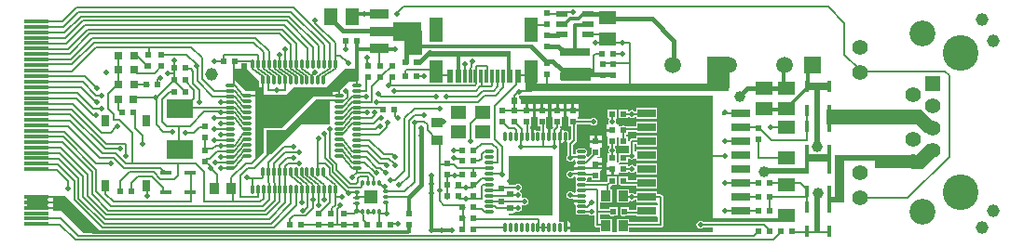
<source format=gtl>
G04*
G04 #@! TF.GenerationSoftware,Altium Limited,Altium Designer,18.1.7 (191)*
G04*
G04 Layer_Physical_Order=1*
G04 Layer_Color=255*
%FSLAX44Y44*%
%MOMM*%
G71*
G01*
G75*
%ADD11C,0.2000*%
%ADD13C,0.1500*%
%ADD16R,0.6000X0.6000*%
%ADD17R,2.6000X1.7000*%
%ADD18R,1.7000X0.9000*%
%ADD19R,2.5000X0.9000*%
%ADD20R,0.4500X1.0000*%
%ADD21R,1.5000X1.3000*%
%ADD22R,0.6000X0.6000*%
%ADD23R,1.0000X0.5500*%
%ADD24R,1.0000X0.5500*%
%ADD25R,2.7000X0.8000*%
%ADD26R,0.8000X0.8000*%
%ADD27R,1.0000X0.4500*%
%ADD28R,0.2000X0.6000*%
%ADD29R,1.5000X1.2000*%
%ADD30R,0.9300X0.9800*%
%ADD31R,0.2800X0.2800*%
%ADD32O,0.2800X0.6600*%
%ADD33O,0.6600X0.2800*%
%ADD34R,1.2500X1.2500*%
%ADD35R,1.3000X1.5000*%
%ADD36R,2.2500X0.3500*%
%ADD37R,0.6000X1.1500*%
%ADD38R,0.3000X1.1500*%
%ADD39R,0.7000X1.1000*%
G04:AMPARAMS|DCode=40|XSize=0.3mm|YSize=0.8mm|CornerRadius=0.075mm|HoleSize=0mm|Usage=FLASHONLY|Rotation=180.000|XOffset=0mm|YOffset=0mm|HoleType=Round|Shape=RoundedRectangle|*
%AMROUNDEDRECTD40*
21,1,0.3000,0.6500,0,0,180.0*
21,1,0.1500,0.8000,0,0,180.0*
1,1,0.1500,-0.0750,0.3250*
1,1,0.1500,0.0750,0.3250*
1,1,0.1500,0.0750,-0.3250*
1,1,0.1500,-0.0750,-0.3250*
%
%ADD40ROUNDEDRECTD40*%
G04:AMPARAMS|DCode=41|XSize=0.3mm|YSize=0.8mm|CornerRadius=0.075mm|HoleSize=0mm|Usage=FLASHONLY|Rotation=90.000|XOffset=0mm|YOffset=0mm|HoleType=Round|Shape=RoundedRectangle|*
%AMROUNDEDRECTD41*
21,1,0.3000,0.6500,0,0,90.0*
21,1,0.1500,0.8000,0,0,90.0*
1,1,0.1500,0.3250,0.0750*
1,1,0.1500,0.3250,-0.0750*
1,1,0.1500,-0.3250,-0.0750*
1,1,0.1500,-0.3250,0.0750*
%
%ADD41ROUNDEDRECTD41*%
%ADD42R,2.4000X1.7000*%
%ADD43R,0.9800X0.9300*%
%ADD44R,0.6000X0.2000*%
%ADD45R,1.4000X1.2000*%
%ADD46R,1.6700X0.7600*%
%ADD88C,0.4000*%
%ADD89C,0.3000*%
%ADD90R,10.5000X0.4000*%
%ADD91R,0.5000X0.6000*%
%ADD92R,2.7000X1.2000*%
%ADD93R,1.1000X1.2000*%
%ADD94R,0.4000X2.0000*%
%ADD95R,2.0000X0.4000*%
%ADD96R,0.4000X5.2000*%
%ADD97R,0.4000X0.8000*%
%ADD98R,0.4000X0.6000*%
%ADD99R,2.1000X0.8000*%
%ADD100R,0.4000X1.7000*%
%ADD101R,1.6000X0.4000*%
%ADD102R,3.6000X0.4000*%
%ADD103R,1.5000X2.2000*%
%ADD104R,0.6000X0.8000*%
%ADD105R,0.4000X3.7000*%
%ADD106R,1.9000X1.1500*%
%ADD107R,1.6000X0.6000*%
%ADD108R,0.9000X4.3000*%
%ADD109R,4.6000X0.6000*%
%ADD110R,7.9000X0.3000*%
%ADD111R,0.6000X0.4000*%
%ADD112R,2.0000X2.9000*%
%ADD113R,18.5000X0.8000*%
%ADD114R,0.4000X2.0000*%
%ADD115R,0.4000X2.1000*%
%ADD116R,3.6000X1.3000*%
%ADD117R,8.1000X1.4000*%
%ADD118R,2.2000X0.7000*%
%ADD119R,4.1000X0.6000*%
%ADD120R,0.6000X5.6000*%
%ADD121R,0.6000X3.7000*%
%ADD122R,0.3000X1.7000*%
%ADD123R,7.4500X0.6000*%
%ADD124R,28.9000X0.3000*%
%ADD125C,1.3980*%
%ADD126C,2.3550*%
%ADD127C,3.2500*%
%ADD128R,1.3980X1.3980*%
%ADD129C,1.5080*%
%ADD130R,1.5080X1.5080*%
%ADD131C,1.1520*%
%ADD132R,1.2000X2.0000*%
%ADD133R,1.2000X2.3000*%
%ADD134C,0.5080*%
%ADD135C,1.0000*%
G36*
X472000Y432000D02*
X464000D01*
X455000Y423000D01*
X450000Y423000D01*
X450000Y420000D01*
X407000Y420000D01*
X414000Y427000D01*
X444000D01*
X461000Y444000D01*
X472000D01*
Y432000D01*
D02*
G37*
G36*
X447000Y416000D02*
X447000Y393000D01*
X421000Y393000D01*
X394000Y366000D01*
X390000Y366000D01*
Y388000D01*
X407000D01*
X435000Y416000D01*
X447000Y416000D01*
D02*
G37*
G36*
X795000Y304549D02*
X786554D01*
X786552Y304552D01*
X785381Y305335D01*
X784000Y305609D01*
X782619Y305335D01*
X781448Y304552D01*
X780665Y303381D01*
X780391Y302000D01*
X780665Y300619D01*
X781448Y299448D01*
X782619Y298665D01*
X784000Y298391D01*
X785381Y298665D01*
X786552Y299448D01*
X786554Y299451D01*
X795000D01*
Y295000D01*
X720579D01*
X719350Y295100D01*
X719350Y296270D01*
Y299451D01*
X735000D01*
X735040Y299459D01*
X735080Y299451D01*
X748000D01*
X748000Y299451D01*
X748976Y299645D01*
X749802Y300198D01*
X750355Y301024D01*
X750549Y302000D01*
Y327000D01*
X750355Y327975D01*
X749802Y328802D01*
X748976Y329355D01*
X748000Y329549D01*
X744700D01*
Y332050D01*
X726000D01*
Y329549D01*
X724555D01*
X724552Y329552D01*
X723381Y330335D01*
X722000Y330609D01*
X720619Y330335D01*
X719350Y331014D01*
Y333900D01*
X708050D01*
Y322100D01*
X719350D01*
Y322986D01*
X720619Y323665D01*
X722000Y323391D01*
X723381Y323665D01*
X724552Y324448D01*
X724555Y324451D01*
X726000D01*
Y322450D01*
X744700D01*
X745451Y321491D01*
Y320309D01*
X744700Y319350D01*
X744181Y319350D01*
X726000D01*
Y315549D01*
X719080D01*
Y318000D01*
X711080D01*
Y310000D01*
X712573D01*
X713105Y309645D01*
X714080Y309451D01*
X715055Y309645D01*
X715587Y310000D01*
X719080D01*
Y310451D01*
X726000D01*
Y309750D01*
X731868D01*
X732025Y309645D01*
X733000Y309451D01*
X733976Y309645D01*
X734133Y309750D01*
X744181D01*
X744700Y309750D01*
X745451Y308791D01*
Y304549D01*
X735080D01*
X735040Y304541D01*
X735000Y304549D01*
X719350D01*
Y306900D01*
X708050D01*
X708050Y295100D01*
X706821Y295000D01*
X705179D01*
X703950Y295100D01*
X703950Y296270D01*
Y306900D01*
X692650D01*
X692549Y308128D01*
Y311451D01*
X700920D01*
Y310000D01*
X702413D01*
X702945Y309645D01*
X703920Y309451D01*
X704895Y309645D01*
X705427Y310000D01*
X708920D01*
Y318000D01*
X700920D01*
Y316549D01*
X692549D01*
Y320872D01*
X692650Y322100D01*
X703950D01*
Y333900D01*
X702549D01*
Y336944D01*
X703605Y338000D01*
X707920D01*
Y346000D01*
X699920D01*
Y341525D01*
X698944Y340549D01*
X681045D01*
X680903Y340720D01*
X680496Y341784D01*
X680516Y341869D01*
X680648Y342067D01*
X680784Y342750D01*
Y344250D01*
X681713Y345451D01*
X685000D01*
Y342920D01*
X693000D01*
Y350920D01*
X694013Y351540D01*
X694540D01*
Y355810D01*
X689000D01*
Y358350D01*
X694540D01*
Y362620D01*
X691379D01*
X690700Y363890D01*
X690720Y363920D01*
X693000D01*
Y371270D01*
X693000Y371920D01*
X694013Y372540D01*
X694540D01*
Y376810D01*
X683460D01*
Y372540D01*
X683987D01*
X685000Y371920D01*
X685000Y371270D01*
Y366605D01*
X682054Y363659D01*
X680784Y364185D01*
Y364250D01*
X680648Y364933D01*
X680262Y365512D01*
Y366488D01*
X680648Y367067D01*
X680784Y367750D01*
Y369250D01*
X680648Y369933D01*
X680262Y370512D01*
X679683Y370898D01*
X679000Y371034D01*
X672500D01*
X671817Y370898D01*
X671238Y370512D01*
X670852Y369933D01*
X670716Y369250D01*
Y367750D01*
X670801Y367319D01*
X670331Y366442D01*
X670005Y366049D01*
X668549D01*
Y374944D01*
X670802Y377198D01*
X671355Y378024D01*
X671549Y379000D01*
Y392000D01*
X672000D01*
Y393451D01*
X684446D01*
X684448Y393448D01*
X685619Y392665D01*
X687000Y392391D01*
X688381Y392665D01*
X689552Y393448D01*
X690335Y394619D01*
X690609Y396000D01*
X690335Y397381D01*
X689552Y398552D01*
X688381Y399335D01*
X687000Y399609D01*
X685619Y399335D01*
X684448Y398552D01*
X684446Y398549D01*
X672898D01*
X672548Y398899D01*
X672699Y400428D01*
X673013Y400620D01*
X673540D01*
Y404890D01*
X662460D01*
Y400620D01*
X662987D01*
X664000Y400000D01*
X664000Y399350D01*
Y392000D01*
X666451D01*
Y380056D01*
X665189Y378793D01*
X664018Y379419D01*
X664034Y379500D01*
Y386000D01*
X663898Y386683D01*
X663512Y387262D01*
X662933Y387648D01*
X662250Y387784D01*
X660750D01*
X660101Y387655D01*
X659622Y388372D01*
X658534Y389099D01*
X657412Y389322D01*
X657173Y389481D01*
X656474Y390624D01*
X656549Y391000D01*
Y391920D01*
X658000D01*
Y399270D01*
X658000Y399920D01*
X659013Y400540D01*
X659540D01*
Y404810D01*
X648460D01*
Y400540D01*
X648987D01*
X650000Y399920D01*
X650000Y398507D01*
X649645Y397975D01*
X649451Y397000D01*
X649645Y396025D01*
X650000Y395493D01*
Y391920D01*
X650000D01*
X650385Y390990D01*
X649698Y390302D01*
X649145Y389476D01*
X647804Y389244D01*
X647770Y389251D01*
Y382750D01*
X645230D01*
Y389336D01*
X644049Y390231D01*
Y394500D01*
X644000Y394746D01*
X644000Y399920D01*
X645013Y400540D01*
X645540D01*
Y404810D01*
X634460D01*
Y400540D01*
X634987D01*
X636000Y399920D01*
X636000Y399270D01*
Y391920D01*
X638951D01*
Y388495D01*
X638558Y388169D01*
X637681Y387699D01*
X637250Y387784D01*
X635750D01*
X635101Y387655D01*
X634622Y388372D01*
X633534Y389099D01*
X632770Y389251D01*
Y382750D01*
X630230D01*
Y389336D01*
X629049Y390231D01*
Y391920D01*
X630000D01*
Y399920D01*
X631013Y400540D01*
X631540D01*
Y404810D01*
X626000D01*
Y406080D01*
X624730D01*
Y411620D01*
X620540D01*
Y416540D01*
X619624D01*
Y416999D01*
X619148Y418147D01*
X619586Y419340D01*
X620024Y419594D01*
X620381Y419665D01*
X620882Y420000D01*
X795000D01*
Y304549D01*
D02*
G37*
G36*
X996000Y396000D02*
X996000Y386000D01*
X988000Y386000D01*
X981000Y393000D01*
X973000D01*
X973000Y407000D01*
X985000D01*
X996000Y396000D01*
D02*
G37*
G36*
X383000Y433000D02*
Y427000D01*
X387000D01*
Y420000D01*
Y419000D01*
X432000D01*
X403000Y390000D01*
X387000D01*
Y368000D01*
X380000Y362000D01*
Y419000D01*
X380000Y424000D01*
X371000Y424000D01*
X360000Y435000D01*
X360000Y444000D01*
X372000D01*
X383000Y433000D01*
D02*
G37*
G36*
X996000Y363000D02*
X986000Y353000D01*
X977000D01*
X977833Y363833D01*
X990000Y376000D01*
X996000Y376000D01*
Y363000D01*
D02*
G37*
G36*
X660750Y377716D02*
X662250D01*
X662668Y377799D01*
X663311Y377257D01*
X663608Y376790D01*
X663451Y376000D01*
Y365554D01*
X663448Y365552D01*
X662665Y364381D01*
X662391Y363000D01*
X662665Y361619D01*
X663448Y360448D01*
X664619Y359665D01*
X666000Y359391D01*
X667381Y359665D01*
X668552Y360448D01*
X668812Y360836D01*
X670069Y360873D01*
X670331Y360558D01*
X670801Y359681D01*
X670716Y359250D01*
Y357750D01*
X670845Y357101D01*
X670128Y356622D01*
X669401Y355534D01*
X669249Y354770D01*
X675750D01*
Y352230D01*
X669164D01*
X668269Y351049D01*
X667809D01*
X667381Y351335D01*
X666000Y351609D01*
X664619Y351335D01*
X663448Y350552D01*
X662665Y349381D01*
X662391Y348000D01*
X662665Y346619D01*
X663448Y345448D01*
X664619Y344665D01*
X666000Y344391D01*
X667381Y344665D01*
X668552Y345448D01*
X668812Y345836D01*
X670069Y345873D01*
X670331Y345558D01*
X670801Y344681D01*
X670716Y344250D01*
Y342750D01*
X670852Y342067D01*
X671238Y341488D01*
Y340512D01*
X670852Y339933D01*
X670716Y339250D01*
Y337750D01*
X670852Y337067D01*
X671238Y336488D01*
Y335512D01*
X670852Y334933D01*
X670716Y334250D01*
Y332750D01*
X670801Y332319D01*
X670331Y331442D01*
X670069Y331127D01*
X668812Y331164D01*
X668552Y331552D01*
X667381Y332335D01*
X666000Y332609D01*
X664619Y332335D01*
X663448Y331552D01*
X662665Y330381D01*
X662391Y329000D01*
X662665Y327619D01*
X663448Y326448D01*
X664619Y325665D01*
X666000Y325391D01*
X667381Y325665D01*
X667809Y325951D01*
X668269D01*
X669164Y324770D01*
X675750D01*
Y322230D01*
X669249D01*
X669401Y321466D01*
X670128Y320378D01*
X670845Y319899D01*
X670716Y319250D01*
Y317750D01*
X670852Y317067D01*
X671238Y316488D01*
X671238Y315511D01*
X670852Y314933D01*
X670716Y314250D01*
Y312750D01*
X670852Y312067D01*
X671238Y311488D01*
X671817Y311101D01*
X672500Y310966D01*
X679000D01*
X679683Y311101D01*
X680206Y311451D01*
X682446D01*
X682448Y311448D01*
X683619Y310665D01*
X685000Y310391D01*
X686181Y310626D01*
X687451Y310029D01*
Y302000D01*
X687645Y301024D01*
X688198Y300198D01*
X689025Y299645D01*
X690000Y299451D01*
X692650D01*
X692650Y295100D01*
X691421Y295000D01*
X666407D01*
X665601Y295982D01*
X665604Y296000D01*
Y297980D01*
X661500D01*
Y299250D01*
X660230D01*
Y305751D01*
X659466Y305599D01*
X658378Y304872D01*
X657899Y304155D01*
X657250Y304284D01*
X656000D01*
Y376146D01*
X657250D01*
X658534Y376401D01*
X659622Y377128D01*
X660101Y377845D01*
X660750Y377716D01*
D02*
G37*
G36*
X650000Y310000D02*
X610000D01*
Y312376D01*
X613000D01*
X614148Y312852D01*
X614209Y313000D01*
X615000D01*
Y313220D01*
X616270Y313898D01*
X616619Y313665D01*
X618000Y313391D01*
X619381Y313665D01*
X620552Y314448D01*
X621335Y315619D01*
X621609Y317000D01*
X621335Y318381D01*
X622003Y319667D01*
X622423Y319796D01*
X622619Y319665D01*
X624000Y319391D01*
X625381Y319665D01*
X626552Y320448D01*
X627335Y321619D01*
X627609Y323000D01*
X627335Y324381D01*
X626552Y325552D01*
X625381Y326335D01*
X624000Y326609D01*
X622619Y326335D01*
X622423Y326204D01*
X622003Y326333D01*
X621335Y327619D01*
X621609Y329000D01*
X621335Y330381D01*
X620552Y331552D01*
X620277Y331736D01*
Y333264D01*
X620552Y333448D01*
X621335Y334619D01*
X621609Y336000D01*
X621335Y337381D01*
X620552Y338552D01*
X619381Y339335D01*
X618000Y339609D01*
X616619Y339335D01*
X615448Y338552D01*
X615446Y338549D01*
X610000D01*
Y365000D01*
X650000D01*
Y310000D01*
D02*
G37*
G36*
X207000Y328000D02*
X238000Y297000D01*
Y294000D01*
X224000Y294000D01*
X203000Y315000D01*
X196000D01*
X196000Y328000D01*
X207000Y328000D01*
D02*
G37*
%LPC*%
G36*
X673540Y411700D02*
X669270D01*
Y407430D01*
X673540D01*
Y411700D01*
D02*
G37*
G36*
X666730D02*
X662460D01*
Y407430D01*
X666730D01*
Y411700D01*
D02*
G37*
G36*
X631540Y411620D02*
X627270D01*
Y407350D01*
X631540D01*
Y411620D01*
D02*
G37*
G36*
X659540D02*
X655270D01*
Y407350D01*
X659540D01*
Y411620D01*
D02*
G37*
G36*
X652730D02*
X648460D01*
Y407350D01*
X652730D01*
Y411620D01*
D02*
G37*
G36*
X645540D02*
X641270D01*
Y407350D01*
X645540D01*
Y411620D01*
D02*
G37*
G36*
X638730D02*
X634460D01*
Y407350D01*
X638730D01*
Y411620D01*
D02*
G37*
G36*
X744700Y408250D02*
X726000D01*
Y405549D01*
X724555D01*
X724552Y405552D01*
X723381Y406334D01*
X722000Y406609D01*
X720619Y406334D01*
X719448Y405552D01*
X719446Y405549D01*
X718080D01*
Y407000D01*
X710080D01*
Y399000D01*
X718080D01*
Y400451D01*
X719446D01*
X719448Y400448D01*
X720619Y399665D01*
X722000Y399391D01*
X723381Y399665D01*
X724552Y400448D01*
X724555Y400451D01*
X726000D01*
Y398650D01*
X744700D01*
Y408250D01*
D02*
G37*
G36*
X707920Y407000D02*
X699920D01*
Y399000D01*
X700220D01*
X700898Y397730D01*
X700665Y397381D01*
X700391Y396000D01*
X700627Y394810D01*
X700075Y393540D01*
X698380D01*
Y389270D01*
X703920D01*
Y386730D01*
X698380D01*
Y382460D01*
X698841D01*
X699920Y382000D01*
X699920Y381190D01*
Y374000D01*
X701371D01*
Y372437D01*
X700665Y371381D01*
X700391Y370000D01*
X700665Y368619D01*
X700898Y368270D01*
X700220Y367000D01*
X699920D01*
X699920Y359000D01*
X698841Y358540D01*
X698380D01*
Y354270D01*
X703920D01*
Y353000D01*
X705190D01*
Y347460D01*
X709460D01*
Y347987D01*
X710080Y349000D01*
X710730Y349000D01*
X718080D01*
Y350451D01*
X719446D01*
X719448Y350448D01*
X720619Y349665D01*
X722000Y349391D01*
X723381Y349665D01*
X724552Y350448D01*
X724730Y350714D01*
X726000Y350329D01*
Y347850D01*
X744700D01*
Y357450D01*
X726000D01*
Y355671D01*
X724730Y355286D01*
X724552Y355552D01*
X723381Y356334D01*
X722000Y356609D01*
X720619Y356334D01*
X719448Y355552D01*
X719446Y355549D01*
X718080D01*
Y357000D01*
X710817Y357000D01*
X710002Y358234D01*
X710255Y358879D01*
X710330Y358910D01*
X710527Y358955D01*
X710794Y359000D01*
X711114Y359000D01*
X718080D01*
Y362451D01*
X719446D01*
X719448Y362448D01*
X720619Y361665D01*
X722000Y361391D01*
X723381Y361665D01*
X724552Y362448D01*
X724730Y362714D01*
X726000Y362329D01*
Y360550D01*
X744700D01*
Y370150D01*
X726000D01*
Y369063D01*
X724730Y368424D01*
X724549Y368558D01*
Y375451D01*
X726000D01*
Y373250D01*
X744700D01*
Y382850D01*
X726000D01*
Y380549D01*
X722000D01*
X721025Y380355D01*
X720198Y379802D01*
X719645Y378975D01*
X719451Y378000D01*
Y367554D01*
X719448Y367552D01*
X719446Y367549D01*
X713080D01*
X712105Y367355D01*
X711573Y367000D01*
X710080D01*
X710080Y360129D01*
X710080Y359897D01*
X710018Y359452D01*
X709622Y358805D01*
X709488Y358747D01*
X709375Y358724D01*
X709084Y358673D01*
X709054Y358671D01*
X707920Y359546D01*
Y367000D01*
X707780D01*
X707102Y368270D01*
X707335Y368619D01*
X707609Y370000D01*
X707335Y371381D01*
X706552Y372552D01*
X706469Y372608D01*
Y374000D01*
X707920D01*
X707920Y381454D01*
X709054Y382329D01*
X709084Y382327D01*
X709183Y382309D01*
X709476Y382257D01*
X709622Y382195D01*
X710018Y381548D01*
X710080Y381103D01*
X710080Y380947D01*
Y374000D01*
X718080D01*
Y382000D01*
X716629D01*
Y384000D01*
X718080D01*
Y386201D01*
X726000D01*
Y385950D01*
X744700D01*
Y395550D01*
X726000D01*
Y391299D01*
X718080D01*
Y392000D01*
X715587D01*
X715055Y392355D01*
X714080Y392549D01*
X713105Y392355D01*
X712573Y392000D01*
X710080Y392000D01*
X709460Y393013D01*
Y393540D01*
X707925D01*
X707373Y394810D01*
X707609Y396000D01*
X707335Y397381D01*
X707102Y397730D01*
X707780Y399000D01*
X707920D01*
Y407000D01*
D02*
G37*
G36*
X694540Y383620D02*
X690270D01*
Y379350D01*
X694540D01*
Y383620D01*
D02*
G37*
G36*
X687730D02*
X683460D01*
Y379350D01*
X687730D01*
Y383620D01*
D02*
G37*
G36*
X702650Y351730D02*
X698380D01*
Y347460D01*
X702650D01*
Y351730D01*
D02*
G37*
G36*
X718080Y346000D02*
X710080D01*
Y338000D01*
X711573D01*
X712105Y337645D01*
X713080Y337451D01*
X726000D01*
Y335150D01*
X744700D01*
Y344750D01*
X726000D01*
Y342549D01*
X718080D01*
Y346000D01*
D02*
G37*
G36*
X662770Y305751D02*
Y300520D01*
X665604D01*
Y302500D01*
X665349Y303784D01*
X664622Y304872D01*
X663534Y305599D01*
X662770Y305751D01*
D02*
G37*
%LPD*%
D11*
X930000Y446000D02*
X934000Y442000D01*
X929000Y440000D02*
Y443000D01*
X547000Y357000D02*
X560000D01*
X509000Y494000D02*
Y496000D01*
X472000Y429500D02*
Y470000D01*
X473000Y462000D02*
X498000D01*
X492000Y447080D02*
Y461000D01*
X578000Y348000D02*
X580000D01*
X578000D02*
Y353500D01*
X568000Y316000D02*
X570000Y318000D01*
X568000Y309920D02*
X569920Y308000D01*
X494000Y338000D02*
X497000Y335000D01*
X499250Y332000D02*
Y332040D01*
X361080Y451000D02*
X377000D01*
X360000Y449000D02*
X361080D01*
X177000Y397000D02*
X211000D01*
X387000Y326000D02*
Y335500D01*
X449000Y313080D02*
X450000Y312080D01*
X257000Y333420D02*
X258420Y332000D01*
X246000Y421000D02*
X253000Y428000D01*
X246000Y408000D02*
X251000Y403000D01*
Y398000D02*
Y403000D01*
Y398000D02*
X256000D01*
X270000Y430000D02*
X282920D01*
X288000Y440000D02*
X296000Y448000D01*
X275000Y440000D02*
X288000D01*
X272300D02*
X275000D01*
X269300Y443000D02*
X272300Y440000D01*
X280000Y445000D02*
Y448000D01*
X272000Y456000D02*
X280000Y448000D01*
X269300Y456000D02*
X272000D01*
X564500Y438000D02*
Y460000D01*
X527080Y450000D02*
X529000D01*
X632920Y483920D02*
X645000D01*
X689500Y467500D02*
X700000D01*
X705000Y449080D02*
X720000D01*
X695000D02*
X704920D01*
X479000Y494000D02*
X498000D01*
X481000Y450080D02*
X483000Y448080D01*
X602000Y348000D02*
X604000Y350000D01*
X561000Y347000D02*
X567920D01*
X554000Y326000D02*
Y346920D01*
X463000Y418000D02*
Y424000D01*
X501080Y303000D02*
X508000D01*
X480000Y326000D02*
X482000Y324000D01*
X350500Y449000D02*
X351000D01*
X350500D02*
Y457000D01*
X349500Y450000D02*
X350500Y449000D01*
X438000Y415000D02*
X456000D01*
X306000Y440000D02*
Y450000D01*
X329080Y391080D02*
X334000D01*
X299000Y440000D02*
X305920D01*
X290000Y393000D02*
Y418000D01*
X405000Y382000D02*
X423000Y400000D01*
X403000Y384000D02*
X405000Y382000D01*
X455000Y302000D02*
X469000D01*
X422000D02*
X454000D01*
X394000Y369000D02*
X395000Y370000D01*
X539000Y443000D02*
X540000Y444000D01*
X517000Y443000D02*
X539000D01*
X515920Y441920D02*
X517000Y443000D01*
X515920Y437000D02*
Y441920D01*
X492500Y311750D02*
X499000D01*
X527080Y437000D02*
X533000D01*
X507000Y406920D02*
X507080Y407000D01*
X506000Y405920D02*
X507000Y406920D01*
Y401000D02*
Y406920D01*
Y401000D02*
X509000Y399000D01*
X188000Y367000D02*
X202000D01*
X210000Y359000D01*
Y359000D02*
Y359000D01*
X406500Y347000D02*
X407000Y334500D01*
Y335500D01*
X223000Y327000D02*
Y346000D01*
X210000Y359000D02*
X223000Y346000D01*
X407000Y322000D02*
Y334500D01*
X391904Y306904D02*
X407000Y322000D01*
X223000Y327000D02*
X243096Y306904D01*
X391904D01*
X255300Y443000D02*
Y455200D01*
Y430000D02*
Y443000D01*
X255000Y455500D02*
X255300Y455200D01*
X246000Y408000D02*
Y421000D01*
X295500Y331500D02*
Y336000D01*
X267000Y333580D02*
X268580Y332000D01*
X267000Y340000D02*
X273000Y346000D01*
X267000Y333580D02*
Y340000D01*
X257000Y342000D02*
X265000Y350000D01*
X257000Y333420D02*
Y342000D01*
X287000Y350000D02*
X293500Y343500D01*
X265000Y350000D02*
X287000D01*
X309500Y358000D02*
X325000D01*
X268000D02*
X309500D01*
Y347000D02*
Y358000D01*
X306000Y343500D02*
X309500Y347000D01*
X293500Y343500D02*
X306000D01*
X321000Y331000D02*
Y349000D01*
X250500Y323000D02*
X321000D01*
X243500Y330000D02*
X250500Y323000D01*
X243500Y330000D02*
Y337500D01*
X285500Y346000D02*
X295500Y336000D01*
X273000Y346000D02*
X285500D01*
X178000Y392000D02*
X209000D01*
X293500Y354000D02*
X298500Y349000D01*
X260000Y354000D02*
X293500D01*
X298500Y349000D02*
X300000D01*
X780000Y365000D02*
X806000D01*
X689000Y354000D02*
X697000D01*
X661000Y406000D02*
X669000D01*
X614080Y406080D02*
X615000Y407000D01*
X662000Y298000D02*
Y323000D01*
X647000Y382750D02*
Y406000D01*
X697000Y419000D02*
X741000D01*
X687000Y456000D02*
X689000Y458000D01*
X687000Y439920D02*
Y456000D01*
X686000Y438920D02*
X687000Y439920D01*
X784000Y301000D02*
X785000Y302000D01*
X842000D01*
X847080Y296920D01*
Y296000D02*
Y296920D01*
X857000Y295000D02*
Y296000D01*
X850000Y288000D02*
X857000Y295000D01*
X216033Y288000D02*
X850000D01*
X218500Y291500D02*
X832500D01*
X836000Y295000D01*
X880000Y295000D02*
X900000D01*
X868000Y295000D02*
X880000D01*
X407000Y447500D02*
Y462000D01*
X423000Y400000D02*
Y400000D01*
X438000Y415000D01*
X713000Y468000D02*
X720000D01*
X703000D02*
X713000D01*
X704920Y449080D02*
X705000Y449000D01*
X720000Y449080D02*
Y468000D01*
X701000Y470000D02*
X703000Y468000D01*
X720000Y426000D02*
Y449080D01*
X713000Y458000D02*
X714000D01*
X705080D02*
X713000D01*
X686000Y438000D02*
Y438920D01*
X689000Y458000D02*
X694920D01*
X689000Y468000D02*
X689500Y467500D01*
X645000Y427000D02*
Y438920D01*
X661000Y496000D02*
X668000D01*
X659500Y494500D02*
X661000Y496000D01*
X658000Y494500D02*
X659500D01*
X632000Y483000D02*
X632920Y483920D01*
X656080Y494080D02*
X657000Y495000D01*
X645000Y494080D02*
X656080D01*
X627970Y438030D02*
X629000Y437000D01*
X618000Y438030D02*
X627970D01*
X556000D02*
X557000D01*
X545030D02*
X556000D01*
X617000Y433000D02*
X619000Y435000D01*
X617000Y430000D02*
Y433000D01*
X597000Y410000D02*
X617000Y430000D01*
X570000Y438530D02*
Y448000D01*
X584000Y428000D02*
X585094D01*
X584835Y436292D02*
X585094Y428000D01*
X605000Y427000D02*
Y433000D01*
X598000Y420000D02*
X605000Y427000D01*
X600000Y428000D02*
Y436530D01*
X596000Y424000D02*
X600000Y428000D01*
X595000Y429000D02*
Y437000D01*
X594000Y428000D02*
X595000Y429000D01*
X699500Y475500D02*
X700000Y475000D01*
X682000Y475500D02*
X699500D01*
X806000Y365000D02*
X806500Y364500D01*
X848000Y391000D02*
X848046Y390954D01*
X862000D01*
X806000Y379000D02*
X806950Y378050D01*
X805450Y403450D02*
X820650D01*
X837000Y363046D02*
X862000D01*
X837000D02*
Y379000D01*
X697000Y406000D02*
Y419000D01*
X881000Y392000D02*
X881000Y392000D01*
X881000Y379000D02*
Y392000D01*
Y395000D02*
X881000D01*
X836920Y391080D02*
X849000Y379000D01*
X881000D01*
X836920Y391000D02*
Y391080D01*
X820650Y340000D02*
X835000D01*
X837000Y314920D02*
Y315000D01*
X806000Y314000D02*
X806550Y314550D01*
X836920Y315000D02*
X837000D01*
X827000D02*
X836920D01*
X881000Y322000D02*
X881000D01*
Y317000D02*
Y322000D01*
X847080Y340000D02*
X875000D01*
X847000Y315000D02*
X847080Y315080D01*
X875000Y340000D02*
X880000Y335000D01*
X333000Y323000D02*
X359000D01*
X333000D02*
Y350000D01*
X251000Y363000D02*
X260000Y354000D01*
X248000Y386000D02*
X253000Y391000D01*
X248000Y386000D02*
Y386000D01*
X240000Y386000D02*
X248000D01*
X214000Y412000D02*
X240000Y386000D01*
X270000Y418000D02*
X289000D01*
X255000Y407000D02*
X258000Y404000D01*
X255000Y407000D02*
Y416000D01*
X256000Y398000D02*
X268000Y386000D01*
X270000Y390000D02*
Y404000D01*
Y390000D02*
X277000Y383000D01*
X233000Y415000D02*
X236000D01*
X316080Y444000D02*
X321000D01*
X316000Y408000D02*
X321000Y413000D01*
X290000Y393000D02*
X296000Y387000D01*
X290000Y418000D02*
X305920Y433920D01*
X277000Y376000D02*
Y383000D01*
X218000Y422000D02*
X232000Y408000D01*
X189000Y422000D02*
X218000D01*
X232000Y408000D02*
X240000D01*
X241000Y409000D01*
X268000Y358000D02*
Y386000D01*
X223000Y432000D02*
X235000Y420000D01*
X240000D01*
X299000Y440000D02*
X300000D01*
X299000Y440000D02*
X299000Y440000D01*
X291080Y435080D02*
X292000Y436000D01*
X291080Y430000D02*
Y435080D01*
X270000Y430000D02*
X270000Y430000D01*
X316920Y457080D02*
X326000Y448000D01*
X294000Y457080D02*
X316920D01*
X269300Y430000D02*
X270000D01*
X342000Y424000D02*
X358500D01*
X283000Y456000D02*
X284000Y455000D01*
X235000Y464000D02*
X283000D01*
X213000Y442000D02*
X235000Y464000D01*
X187000Y442000D02*
X213000D01*
X233000Y468000D02*
X378000D01*
X213000Y448000D02*
X233000Y468000D01*
X189000Y448000D02*
X213000D01*
X231000Y472000D02*
X380000D01*
X212000Y453000D02*
X231000Y472000D01*
X189000Y453000D02*
X212000D01*
X412000Y447500D02*
Y458839D01*
X229000Y476000D02*
X402000D01*
X211000Y458000D02*
X229000Y476000D01*
X190000Y458000D02*
X211000D01*
X417000Y447500D02*
Y467000D01*
X227000Y480000D02*
X404000D01*
X209000Y462000D02*
X227000Y480000D01*
X190000Y462000D02*
X209000D01*
X225000Y484000D02*
X406000D01*
X208000Y467000D02*
X225000Y484000D01*
X190000Y467000D02*
X208000D01*
X223000Y488000D02*
X408000D01*
X207000Y472000D02*
X223000Y488000D01*
X191000Y472000D02*
X207000D01*
X221000Y492000D02*
X410000D01*
X206000Y477000D02*
X221000Y492000D01*
X191000Y477000D02*
X206000D01*
X219000Y496000D02*
X412000D01*
X205000Y482000D02*
X219000Y496000D01*
X191000Y482000D02*
X205000D01*
X217000Y500000D02*
X414000D01*
X204000Y487000D02*
X217000Y500000D01*
X191000Y487000D02*
X204000D01*
X305920Y434000D02*
Y440000D01*
Y433920D02*
Y434000D01*
X283000Y464000D02*
X321000D01*
X283000Y456000D02*
Y464000D01*
X305920Y440000D02*
Y444000D01*
Y440000D02*
X306000D01*
X321000Y464000D02*
X331000Y454000D01*
Y435000D02*
Y454000D01*
X321000Y323000D02*
Y331000D01*
X321000Y331000D02*
X321000Y331000D01*
X342000Y338000D02*
X345000D01*
X334000Y359920D02*
X339000Y354920D01*
Y354000D02*
Y354920D01*
X325000Y358000D02*
X333000Y350000D01*
X304000Y387000D02*
X305000D01*
X296000D02*
X304000D01*
X316000Y386000D02*
X324000D01*
X329080Y391080D01*
X334000Y371000D02*
X341000D01*
X332000D02*
X334000D01*
X299000Y392000D02*
X320000D01*
X295000Y396000D02*
X299000Y392000D01*
X310000Y378000D02*
Y391000D01*
X333000Y405000D02*
X347000D01*
X320000Y392000D02*
X333000Y405000D01*
X307000Y432080D02*
Y433000D01*
X373000Y354000D02*
X379000D01*
X345000Y338000D02*
Y348000D01*
X339000Y354000D02*
X345000Y348000D01*
X209000Y392000D02*
X238000Y363000D01*
X251000D01*
X262000Y358000D02*
X268000D01*
X253000Y367000D02*
X262000Y358000D01*
X241000Y367000D02*
X253000D01*
X211000Y397000D02*
X241000Y367000D01*
X243000Y371000D02*
X257000D01*
X243000Y371000D02*
X243000Y371000D01*
X211000Y403000D02*
X243000Y371000D01*
X262000Y365000D02*
Y376000D01*
X244000D02*
X262000D01*
X307000Y432080D02*
X316080Y423000D01*
X320000Y413000D02*
X324000Y417000D01*
Y425000D01*
X316080Y432920D02*
X324000Y425000D01*
X316080Y432920D02*
Y433000D01*
X295000Y416000D02*
X302000Y423000D01*
X295000Y396000D02*
Y416000D01*
X302000Y423000D02*
X305920D01*
X329000Y414000D02*
Y425000D01*
X323000Y431000D02*
X329000Y425000D01*
X323000Y431000D02*
Y442000D01*
X321000Y444000D02*
X323000Y442000D01*
X327000Y433000D02*
Y446000D01*
X326000Y447000D02*
X327000Y446000D01*
X341000Y419000D02*
X357080D01*
X327000Y433000D02*
X341000Y419000D01*
X331000Y435000D02*
X342000Y424000D01*
X305500Y450500D02*
X306000Y450000D01*
Y452000D01*
X613000Y329000D02*
X618000D01*
X459500Y414500D02*
X463000Y418000D01*
X455750Y414500D02*
X459500D01*
X394000Y384000D02*
X403000D01*
X394000Y371000D02*
Y384000D01*
Y369000D02*
Y371000D01*
X379000Y354000D02*
X394000Y369000D01*
X403000Y384000D02*
X405000D01*
X394000Y371000D02*
X395000Y370000D01*
X494000Y419000D02*
X544000D01*
X492000Y421000D02*
X494000Y419000D01*
X515000Y351000D02*
Y399000D01*
X507000Y343000D02*
X515000Y351000D01*
X502000Y343000D02*
X507000D01*
X519000Y346000D02*
Y397000D01*
X511000Y338000D02*
X519000Y346000D01*
X524000Y341000D02*
Y395000D01*
X515000Y332000D02*
X524000Y341000D01*
X500000Y332000D02*
X515000D01*
X497000Y333100D02*
Y335000D01*
X493000Y338000D02*
X494000D01*
X497000Y333100D02*
X498100Y332000D01*
X499250D02*
X500000D01*
Y327000D02*
X519000D01*
X524000Y408000D02*
X547000D01*
X491000Y421000D02*
X492000D01*
X499000Y393000D02*
X500000Y394000D01*
X499000Y391000D02*
Y393000D01*
X492000Y384000D02*
X499000Y391000D01*
X500000Y394000D02*
Y395000D01*
X547000Y333000D02*
Y357000D01*
Y324000D02*
Y333000D01*
X613000Y317000D02*
X617000D01*
X605000Y323000D02*
X624000D01*
X606000Y336000D02*
X618000D01*
X487000Y340150D02*
Y345000D01*
X472000Y350000D02*
Y354000D01*
X525000Y396000D02*
X533000D01*
X536000Y393000D01*
Y388300D02*
Y393000D01*
Y388300D02*
X545000Y379300D01*
X519000Y397000D02*
X524000Y402000D01*
X533000D01*
X515000Y399000D02*
X524000Y408000D01*
X667000Y396000D02*
X687000D01*
X703920Y365000D02*
Y378000D01*
X472000Y349000D02*
Y350000D01*
X471500Y349500D02*
Y354000D01*
Y349000D02*
Y349500D01*
X472000Y350000D01*
X468000Y346000D02*
X471500Y349500D01*
X468000Y345000D02*
Y346000D01*
X506000Y364000D02*
X507000D01*
X504000Y366000D02*
X506000Y364000D01*
X496000Y366000D02*
X504000D01*
X505500Y356500D02*
Y357500D01*
X501000Y362000D02*
X505500Y357500D01*
X494000Y362000D02*
X501000D01*
X497000Y358000D02*
X498000Y357000D01*
X492000Y358000D02*
X497000D01*
X498000Y349000D02*
Y349000D01*
X493000Y354000D02*
X498000Y349000D01*
X490000Y354000D02*
X493000D01*
X483000Y379000D02*
X496000Y366000D01*
X482000Y374000D02*
X494000Y362000D01*
X481000Y369000D02*
X492000Y358000D01*
X407000Y368000D02*
X419000D01*
X396500Y357500D02*
X407000Y368000D01*
X396500Y350250D02*
Y357500D01*
X406000Y373000D02*
X414000D01*
X391500Y358500D02*
X406000Y373000D01*
X391500Y350250D02*
Y358500D01*
X409000Y358000D02*
X419000D01*
X414000Y363000D02*
X415000Y362000D01*
X485000Y399000D02*
X489000Y403000D01*
X471500Y399000D02*
X485000D01*
X492500Y399500D02*
X493000Y399000D01*
X487000Y394000D02*
X492500Y399500D01*
X471500Y394000D02*
X487000D01*
X493000Y399000D02*
X494000D01*
X493000Y392000D02*
Y393000D01*
X489000Y389000D02*
X493000Y393000D01*
X408000Y363000D02*
X414000D01*
X401500Y356500D02*
X408000Y363000D01*
X401500Y350250D02*
Y356500D01*
X471500Y379000D02*
X483000D01*
X481000Y374000D02*
X482000D01*
X481000Y374000D02*
X481000Y374000D01*
X479000Y359000D02*
X489000Y349000D01*
X480000Y364000D02*
X490000Y354000D01*
X471500Y369000D02*
X481000D01*
X471500Y364000D02*
X480000D01*
X489000Y349000D02*
X490000D01*
X471500Y359000D02*
X479000D01*
X464000Y331000D02*
X464746Y331746D01*
X469700D01*
X457000Y319000D02*
Y320000D01*
X454000Y316000D02*
X457000Y319000D01*
X452000Y327000D02*
X458000D01*
X406500Y355500D02*
X409000Y358000D01*
X406500Y350250D02*
Y355500D01*
X471500Y404000D02*
X481000D01*
X471500Y384000D02*
X492000D01*
X471500Y389000D02*
X489000D01*
X437000Y320000D02*
Y334500D01*
Y319000D02*
Y320000D01*
X479000Y374000D02*
X481000D01*
X472500D02*
X479000D01*
X575000Y378000D02*
Y394000D01*
X585000Y344000D02*
X593000D01*
X577080Y336080D02*
X585000Y344000D01*
X562080Y336080D02*
X577080D01*
X571000Y326000D02*
X585000D01*
X881000Y395000D02*
Y404000D01*
Y392000D02*
Y395000D01*
X881000D02*
Y398000D01*
X820650Y390750D02*
X835750D01*
X817650D02*
X820650D01*
X847080Y327000D02*
X880000D01*
X881000Y322000D02*
Y331000D01*
Y318000D02*
Y322000D01*
X847080Y315080D02*
Y327000D01*
Y315000D02*
Y315080D01*
X825500Y327000D02*
X835920D01*
X847000Y315000D02*
X847080D01*
X699000Y330000D02*
X700000Y331000D01*
Y338000D01*
X690000Y302000D02*
Y313000D01*
Y314000D02*
X703920D01*
Y312000D02*
Y314000D01*
X690000D02*
Y334000D01*
Y302000D02*
X701300D01*
X676750Y334000D02*
X690000D01*
X713080Y365000D02*
X722000D01*
X676750Y314000D02*
X685000D01*
X681000Y318000D02*
X685000Y322000D01*
X722000Y327000D02*
X748000D01*
X715000Y302000D02*
X735000D01*
X714080Y327000D02*
X722000D01*
Y327000D02*
Y327000D01*
X700000Y338000D02*
X703000Y341000D01*
X678750Y338000D02*
X700000D01*
X600500Y333500D02*
X601000Y333000D01*
X592250Y333500D02*
X600500D01*
X592250Y323500D02*
X600500D01*
X592250Y328500D02*
X608500D01*
X592250Y318500D02*
X597500D01*
X599000Y317000D01*
X608000D01*
X609000Y316000D01*
X820650Y339950D02*
Y340000D01*
X546000Y380000D02*
X547000Y379000D01*
Y357000D02*
Y379000D01*
Y324000D02*
X551000Y320000D01*
X492900Y437221D02*
X494992Y437920D01*
X492000Y436920D02*
X492900Y437221D01*
X491000Y434000D02*
Y436000D01*
X485000Y428000D02*
X491000Y434000D01*
X494992Y437920D02*
X504000Y447000D01*
X485000Y414000D02*
Y428000D01*
X509000Y496000D02*
X514000Y501000D01*
X377000Y451000D02*
Y452000D01*
Y448500D02*
Y451000D01*
X469500Y399000D02*
X471500D01*
X382000Y457000D02*
X382000Y457000D01*
X350500Y457000D02*
X382000D01*
X342000Y451000D02*
X349500D01*
X360000Y430000D02*
Y449000D01*
X491000Y436000D02*
X492000Y437000D01*
X497000Y463000D02*
X498000Y462000D01*
X507000D01*
X471500Y409000D02*
X497000D01*
X202500Y307500D02*
X218500Y291500D01*
X181000Y307500D02*
X202500D01*
X202033Y302000D02*
X216033Y288000D01*
X500000Y429000D02*
X501000D01*
X480000Y438000D02*
X482000D01*
X480000Y424000D02*
Y438000D01*
X471750Y327000D02*
X480000D01*
X544000Y436000D02*
Y437000D01*
X481000Y450080D02*
Y454000D01*
X545000Y438000D02*
X545030Y438030D01*
X542000Y448000D02*
X543000Y449000D01*
X471000Y495000D02*
X473000Y497000D01*
Y494000D02*
X479000D01*
X499000Y476000D02*
X511000D01*
X462000Y462000D02*
Y469000D01*
X472000Y470000D02*
X472080D01*
X434000Y486000D02*
Y488000D01*
Y486000D02*
X452000Y468000D01*
Y456000D02*
Y468000D01*
X481080Y302000D02*
Y302920D01*
X477500Y306500D02*
X481080Y302920D01*
X477500Y306500D02*
Y310850D01*
X454000Y302000D02*
Y316000D01*
X449000Y317000D02*
X452000Y320000D01*
X449000Y313080D02*
Y317000D01*
X452000Y320000D02*
Y334000D01*
X447000Y322000D02*
Y329000D01*
X439000Y314000D02*
X447000Y322000D01*
X432064Y323226D02*
Y329936D01*
X411000Y302000D02*
Y307000D01*
X282000Y336000D02*
X282080Y336080D01*
X431936Y316936D02*
Y323098D01*
X425000Y310000D02*
X431936Y316936D01*
X414000Y310000D02*
X425000D01*
X411000Y307000D02*
X414000Y310000D01*
X472000Y349000D02*
X483000D01*
X487000Y345000D01*
X471750Y327000D02*
Y330750D01*
X472000Y317000D02*
Y321536D01*
X487000Y338000D02*
Y340150D01*
X461000Y312080D02*
X469080D01*
X472000Y315000D01*
X452000Y327000D02*
Y334500D01*
X447000Y329000D02*
X447000Y329000D01*
Y334500D01*
X502000Y431000D02*
Y436000D01*
X471500Y414000D02*
X485000D01*
X480000Y424000D02*
X480000Y424000D01*
X471500D02*
X480000D01*
X492500Y303500D02*
Y310850D01*
X472500Y314000D02*
X477000D01*
X499000Y313000D02*
Y321000D01*
Y311750D02*
Y312000D01*
X471000Y494000D02*
Y495000D01*
X457000Y456000D02*
X463000Y450000D01*
X452000Y456000D02*
X457000D01*
X187000Y327000D02*
X202033D01*
X187000Y322000D02*
X202033D01*
X232000Y402000D02*
X235000D01*
X217000Y417000D02*
X232000Y402000D01*
X191000Y417000D02*
X217000D01*
X221000Y427000D02*
X233000Y415000D01*
X190000Y427000D02*
X221000D01*
X191000Y432000D02*
X223000D01*
X225000Y437000D02*
X235000Y427000D01*
X192000Y437000D02*
X225000D01*
X390000Y311000D02*
X402000Y323000D01*
X244033Y311000D02*
X390000D01*
X227000Y328033D02*
X244033Y311000D01*
X388000Y315000D02*
X397000Y324000D01*
X246000Y315000D02*
X388000D01*
X231000Y330000D02*
X246000Y315000D01*
X392000Y325000D02*
Y330000D01*
X386000Y319000D02*
X392000Y325000D01*
X248000Y319000D02*
X386000D01*
X235000Y332000D02*
X248000Y319000D01*
X384000Y323000D02*
X387000Y326000D01*
X359000Y323000D02*
X384000D01*
X359000D02*
Y332000D01*
X372000Y344000D02*
X377000D01*
X281000Y328000D02*
Y336000D01*
X382000Y327000D02*
X382000Y327000D01*
X366000Y327000D02*
X382000D01*
X366000D02*
Y347000D01*
X385500Y344000D02*
X386500Y345000D01*
X377000Y344000D02*
X385500D01*
X377000Y334500D02*
Y344000D01*
X315000Y414000D02*
X315080Y414080D01*
X357080Y414000D02*
X359500D01*
X348000D02*
X357080D01*
X347000D02*
X348000D01*
X311000Y413000D02*
X313000Y415000D01*
X399000Y425000D02*
X406500D01*
X391500D02*
X399000D01*
X406500D02*
Y432000D01*
X391500Y425000D02*
Y433750D01*
X416936Y319936D02*
Y335436D01*
X396476Y299476D02*
X416936Y319936D01*
X395476Y299476D02*
X396476D01*
X412000Y321000D02*
Y334500D01*
X394000Y303000D02*
X412000Y321000D01*
X242016Y303000D02*
X394000D01*
X402000Y323000D02*
Y334500D01*
X397000Y324000D02*
Y334500D01*
X240557Y299476D02*
X395476D01*
X215033Y325000D02*
X240557Y299476D01*
X190000Y403000D02*
X211000D01*
X213000Y407000D02*
X244000Y376000D01*
X205000Y382000D02*
X235000Y352000D01*
Y332000D02*
Y352000D01*
X204000Y377000D02*
X231000Y350000D01*
Y330000D02*
Y350000D01*
X203000Y372000D02*
X227000Y348000D01*
Y328033D02*
Y348000D01*
X219016Y326000D02*
X242016Y303000D01*
X219000Y326000D02*
X219016D01*
X219000D02*
Y344000D01*
X412000Y334500D02*
Y335500D01*
X201000Y362000D02*
X219000Y344000D01*
X215000Y325000D02*
X215033D01*
X215000D02*
Y342000D01*
X202000Y355000D02*
X215000Y342000D01*
X447000Y450000D02*
Y467000D01*
X414000Y500000D02*
X447000Y467000D01*
X442000Y457000D02*
Y466000D01*
X412000Y496000D02*
X442000Y466000D01*
X437000Y448500D02*
Y465000D01*
X410000Y492000D02*
X437000Y465000D01*
X432000Y459500D02*
Y464000D01*
X408000Y488000D02*
X432000Y464000D01*
X427000Y448500D02*
Y463000D01*
X406000Y484000D02*
X427000Y463000D01*
X404000Y480000D02*
X417000Y467000D01*
X412064Y458902D02*
Y465936D01*
X402000Y476000D02*
X412064Y465936D01*
X442000Y448500D02*
Y457000D01*
Y447500D02*
Y448500D01*
X437000Y447500D02*
Y448500D01*
X432000D02*
Y459500D01*
Y447500D02*
Y448500D01*
X427000Y447500D02*
Y448500D01*
X347000Y405000D02*
X348000Y404000D01*
X357080Y359000D02*
X359500D01*
X343000D02*
X357080D01*
X342000D02*
X343000D01*
X357080Y364000D02*
X359500D01*
X348000D02*
X357080D01*
X347000D02*
X348000D01*
X422000Y322000D02*
Y336000D01*
X427000Y324162D02*
Y335000D01*
X469500Y369000D02*
X471500D01*
X468500Y359000D02*
X471500D01*
X468500Y379000D02*
X471500D01*
X368500Y349500D02*
X373000Y354000D01*
X386000Y368000D02*
Y419500D01*
X376000Y358000D02*
X386000Y368000D01*
X371000Y358000D02*
X376000D01*
X366000Y347000D02*
X368500Y349500D01*
X386500Y345000D02*
Y349000D01*
X206000Y387000D02*
X235000Y358000D01*
X248000D01*
X190000Y387000D02*
X206000D01*
X386000Y419500D02*
X454500D01*
X372250D02*
X386000D01*
Y420000D01*
X357700Y344700D02*
X371000Y358000D01*
X357700Y335000D02*
Y344700D01*
X334000Y359920D02*
Y360000D01*
X357080Y354000D02*
X358500D01*
X348000D02*
X357080D01*
X347000D02*
X348000D01*
X334000Y371000D02*
Y380920D01*
Y370080D02*
Y371000D01*
Y370000D02*
Y370080D01*
Y370000D02*
X335000Y369000D01*
X321000Y409000D02*
Y413000D01*
X357080Y409000D02*
X358000D01*
X321000D02*
X357080D01*
Y394000D02*
X359500D01*
X348000D02*
X357080D01*
X347000D02*
X348000D01*
X357080Y389000D02*
X358500D01*
X342000D02*
X357080D01*
Y384000D02*
X359500D01*
X348000D02*
X357080D01*
X347000D02*
X348000D01*
X357080Y379000D02*
X359500D01*
X342000D02*
X357080D01*
X341000D02*
X342000D01*
X335000Y362000D02*
X338000D01*
X345000Y369000D01*
X357080D01*
X358500D01*
X357080Y424000D02*
X358500D01*
X351000D02*
X357080D01*
Y404000D02*
X358500D01*
X348000D02*
X357080D01*
X344000Y374000D02*
X348000D01*
X341000Y371000D02*
X344000Y374000D01*
X348000Y374000D02*
X357080D01*
X346000D02*
X348000D01*
X452000Y448500D02*
Y456000D01*
X482500Y312850D02*
X487500D01*
X452000Y447500D02*
Y448500D01*
X469000Y404000D02*
X471500D01*
X402000Y448500D02*
Y457000D01*
Y446500D02*
Y448500D01*
X407000Y447500D02*
X407000Y447500D01*
X470500Y394000D02*
X471500D01*
X470500Y384000D02*
X471500D01*
Y419000D02*
X480000D01*
X470500Y389000D02*
X471500D01*
X487000Y340150D02*
X487000Y340150D01*
X386500Y420000D02*
X386500Y420000D01*
Y433750D01*
X454500Y419500D02*
X454500Y419500D01*
X382000Y334500D02*
Y337500D01*
Y327000D02*
Y334500D01*
Y448500D02*
Y457000D01*
X358500Y429000D02*
X358807D01*
X377000Y447500D02*
Y448500D01*
X437000Y334500D02*
X437500Y335000D01*
X402000Y334500D02*
Y335500D01*
X401500Y347500D02*
X402000Y334500D01*
X397000D02*
Y335500D01*
X396500Y347000D02*
X397000Y334500D01*
X391500Y347000D02*
X392000Y334500D01*
X357080Y374000D02*
X358500D01*
X387000Y445500D02*
X387000Y448500D01*
X470500Y364000D02*
X471500D01*
X387000Y448500D02*
Y459000D01*
X342000Y399000D02*
X357000D01*
X392000Y450000D02*
Y460000D01*
X380000Y472000D02*
X392000Y460000D01*
X378000Y468000D02*
X387000Y459000D01*
X479000Y374000D02*
X479000Y374000D01*
X348000D02*
X348000Y374000D01*
X442000Y325000D02*
X443000Y324000D01*
X442000Y325000D02*
Y332000D01*
X192000Y412000D02*
X214000D01*
X209000Y335000D02*
Y342000D01*
X199000Y352000D02*
X209000Y342000D01*
X188000Y352000D02*
X199000D01*
X235000Y401000D02*
Y402000D01*
X202000Y355000D02*
Y355000D01*
X200000Y357000D02*
X202000Y355000D01*
X188000Y357000D02*
X200000D01*
X189000Y362000D02*
X201000D01*
X189000Y372000D02*
X203000D01*
X191000Y377000D02*
X204000D01*
X190000Y382000D02*
X205000D01*
X191000Y407000D02*
X213000D01*
X280000Y393000D02*
X280500Y392500D01*
Y393500D02*
X281000Y394000D01*
X187000Y302000D02*
X202033D01*
X187000Y317000D02*
X202033D01*
X424000Y315000D02*
X427064Y318064D01*
X427000Y324162D02*
X427064Y324098D01*
Y318064D02*
Y324098D01*
X416936Y335436D02*
X417000Y335500D01*
X431936Y323098D02*
X432064Y323226D01*
X432000Y330000D02*
X432064Y329936D01*
X358500Y424000D02*
X358500Y424000D01*
X412000Y458839D02*
X412064Y458902D01*
X442000Y457000D02*
X442000Y457000D01*
X432000Y459500D02*
X432000Y459500D01*
X317000Y371000D02*
X317080D01*
X387000Y335500D02*
X387000Y335500D01*
X575000Y394000D02*
X582000Y401000D01*
X580000Y371000D02*
X585000Y376000D01*
X595000D01*
X600000Y371000D01*
Y358500D02*
Y371000D01*
X592250Y358500D02*
X600000D01*
X602000Y348000D02*
X604000D01*
X602000Y348000D02*
X602000Y348000D01*
X604000Y350000D02*
Y373000D01*
X597000Y380000D02*
X604000Y373000D01*
X597000Y380000D02*
Y410000D01*
X579000Y360000D02*
X583000D01*
X585000Y362000D01*
Y366000D01*
X587500Y368500D01*
X592250D01*
X567000Y362000D02*
X568000Y361000D01*
X561000Y362000D02*
X567000D01*
X560000Y363000D02*
X561000Y362000D01*
X567000Y370000D02*
X567000Y370000D01*
X560000Y370000D02*
X567000D01*
X565920Y320000D02*
X567920Y318000D01*
X551000Y320000D02*
X565920D01*
X569000Y299000D02*
Y307000D01*
X568000Y298000D02*
X569000Y299000D01*
X567920Y307000D02*
X569000D01*
X567920Y318000D02*
X569920D01*
X568000Y309920D02*
Y316000D01*
X579000D02*
X585000D01*
X587500Y313500D02*
X592250D01*
X585000Y316000D02*
X587500Y313500D01*
X636000Y299000D02*
Y299250D01*
X578000Y307000D02*
X637000D01*
X1006000Y442000D02*
X1010000Y438000D01*
Y364000D02*
Y438000D01*
X972200Y326200D02*
X1010000Y364000D01*
X934000Y442000D02*
X1006000D01*
X514000Y501000D02*
X900000D01*
X915000Y457000D02*
Y486000D01*
X900000Y501000D02*
X915000Y486000D01*
Y457000D02*
X929000Y443000D01*
X928700Y326200D02*
X972200D01*
X637000Y300000D02*
Y307000D01*
X641500Y299250D02*
X646500D01*
X636500D02*
X641500D01*
X636000D02*
X636500D01*
X554000Y347000D02*
X561000D01*
X615000Y420000D02*
X618000Y423000D01*
X615000Y417000D02*
Y420000D01*
X620000Y424000D02*
X630000D01*
X619000Y423000D02*
X620000Y424000D01*
X614000Y417000D02*
X615000D01*
X697000Y388000D02*
Y406000D01*
X696840Y406160D02*
X697000Y406000D01*
X668000Y406160D02*
X696840D01*
X697000Y388000D02*
X701920D01*
X689000Y354000D02*
Y357080D01*
X614080Y406080D02*
X615000D01*
X604000D02*
X614080D01*
X614000Y406000D02*
X614080Y406080D01*
X615000Y407000D02*
Y413000D01*
X490000Y414000D02*
X582000D01*
X588000Y420000D01*
X553000Y419000D02*
X581000D01*
X588000Y420000D02*
X598000D01*
X580000Y424000D02*
X584000Y428000D01*
X507000Y424000D02*
X580000D01*
X501000Y429000D02*
X579000D01*
X580500Y430500D01*
X560000Y357000D02*
X563500Y353500D01*
X632000Y483000D02*
Y483080D01*
X586000Y424000D02*
X596000D01*
X581000Y419000D02*
X586000Y424000D01*
X580500Y430500D02*
Y437030D01*
X585781Y428000D02*
X594000D01*
X565000Y326000D02*
X571000D01*
X977000Y359200D02*
X979200D01*
X973000D02*
X977000D01*
X990000Y370000D02*
X991000D01*
X979200Y359200D02*
X990000Y370000D01*
X806550Y314550D02*
X820650D01*
X807000Y340000D02*
X807050Y339950D01*
X820650D01*
X806950Y378050D02*
X820650D01*
X805000Y403000D02*
X805450Y403450D01*
X900000Y397000D02*
X954000D01*
X901000Y392000D02*
Y406000D01*
X952000Y397000D02*
X956000Y401000D01*
X972000D01*
X950000Y359000D02*
X975000D01*
X901000Y316000D02*
Y318000D01*
Y356000D02*
Y369000D01*
Y406000D02*
Y407000D01*
X900000Y408000D02*
X901000Y407000D01*
X900000Y296000D02*
X900000Y296000D01*
X901000Y318000D02*
Y332000D01*
Y318000D02*
X901000Y318000D01*
X703920Y396080D02*
X704000Y396000D01*
X703920Y396080D02*
Y403000D01*
X722000D02*
X732000D01*
X714080D02*
X722000D01*
X721000Y327000D02*
X722000D01*
X733000Y312000D02*
X736000Y315000D01*
X714080Y313000D02*
X733000D01*
X714080Y312000D02*
Y314000D01*
X735080Y302000D02*
X748000D01*
X601500Y348500D02*
X602000Y348000D01*
X697000Y354000D02*
Y382080D01*
X680500Y358500D02*
X688000Y366000D01*
X675750Y358500D02*
X680500D01*
X677000Y354000D02*
X688500D01*
X666000Y328000D02*
X666500Y328500D01*
X652000Y397000D02*
X654000Y395000D01*
X651500Y373000D02*
Y382750D01*
X676750Y348000D02*
X688000D01*
X676750Y318000D02*
X681000D01*
X722000Y365000D02*
Y378000D01*
X575000Y443000D02*
X577000Y451000D01*
X590000Y441000D02*
Y447000D01*
X580500D02*
X590000D01*
X580500Y438030D02*
Y447000D01*
X713080Y403000D02*
X714080D01*
X697000Y378080D02*
X697000Y382080D01*
X690000Y378080D02*
X697000D01*
Y388000D01*
X661000Y406000D02*
Y406080D01*
Y392000D02*
Y406000D01*
X668000Y395000D02*
X669000Y394000D01*
Y379000D02*
Y394000D01*
X666000Y376000D02*
X669000Y379000D01*
X666000Y363000D02*
Y376000D01*
X578080Y299000D02*
X606000D01*
X592250Y348500D02*
X601500D01*
X656500Y328500D02*
X661500Y323500D01*
X662000Y323000D01*
X661500Y323500D02*
X675750D01*
X656500Y328500D02*
Y354000D01*
Y382750D01*
Y354000D02*
X673000D01*
X666500Y328500D02*
X675750D01*
X641500Y373000D02*
Y382750D01*
X621000Y373000D02*
Y382000D01*
Y373000D02*
X641500D01*
X651000D01*
X651500D01*
X666000Y348000D02*
X666500Y348500D01*
X675750D01*
X666000Y363000D02*
X666500Y363500D01*
X675750D01*
X633000Y406080D02*
X640000D01*
X651000D01*
X631000Y390000D02*
X633000Y392000D01*
Y406080D01*
X651500Y382750D02*
Y388500D01*
X654000Y391000D01*
Y395000D01*
X657000Y385000D02*
Y388000D01*
X661000Y392000D01*
X654000Y406080D02*
X661000D01*
X646500Y382750D02*
X647000D01*
X641000Y395000D02*
X641500Y394500D01*
Y382750D02*
Y394500D01*
X626000Y406080D02*
X633000D01*
X631000Y383000D02*
Y390000D01*
X615000Y406080D02*
X626000D01*
X626000Y396000D02*
X626500Y395500D01*
Y382750D02*
Y395500D01*
X617000Y394000D02*
X621500Y389500D01*
Y382750D02*
Y389500D01*
X606000Y394000D02*
X610000Y390000D01*
X615000D01*
X616500Y388500D01*
Y382750D02*
Y388500D01*
X563500Y353500D02*
X578000D01*
X592250D01*
X585000Y326000D02*
Y337000D01*
X586500Y338500D01*
X592250D01*
X562000Y336000D02*
X562080Y336080D01*
X748000Y302000D02*
Y327000D01*
X697000Y353000D02*
X703920D01*
X696000D02*
X697000D01*
X714080D02*
X720000D01*
X722000Y378000D02*
X732000D01*
X703920D02*
X705000D01*
X713080Y388750D02*
X734350D01*
X714080Y378000D02*
Y390000D01*
X713080Y340000D02*
X732000D01*
D13*
X443000Y363000D02*
Y386000D01*
X482000Y342000D02*
Y345000D01*
X447000Y389000D02*
Y390000D01*
Y363000D02*
Y389000D01*
X455750Y419500D02*
Y426750D01*
X473400Y345200D02*
X474800Y345900D01*
X473000Y344000D02*
X473400Y345200D01*
X474833Y346000D02*
X481000D01*
X474800Y345900D02*
X474833Y346000D01*
X449000Y361000D02*
X453000Y357000D01*
Y352000D02*
Y357000D01*
Y352000D02*
X466000Y339000D01*
X471000D01*
X473000Y341000D01*
Y344000D01*
X443000Y363000D02*
X450000Y356000D01*
X464000Y336000D02*
X475000D01*
X450000Y350000D02*
Y356000D01*
Y350000D02*
X464000Y336000D01*
X475000D02*
X477000Y338000D01*
X443000Y358000D02*
X447000Y354000D01*
Y348000D02*
Y354000D01*
Y348000D02*
X464000Y331000D01*
X436000Y381000D02*
X436001Y380978D01*
X436500Y358000D01*
X447000Y363000D02*
X449000Y361000D01*
X481000Y346000D02*
X482000Y345000D01*
X482000Y338000D02*
X482000Y338000D01*
X436500Y350250D02*
Y358000D01*
X443000D01*
X449000Y361000D02*
Y361000D01*
X431500Y437500D02*
X431500Y437500D01*
X422000Y444500D02*
X431500Y437500D01*
Y438500D01*
Y433750D02*
Y437500D01*
Y438500D02*
X434000Y441000D01*
X361000Y429000D02*
X368500Y419500D01*
X368507Y419558D02*
X369000Y419500D01*
X361000Y424000D02*
X368500Y414500D01*
X377000Y444500D02*
X386500Y437500D01*
X382000Y444500D02*
X391500Y437500D01*
X402000Y444500D02*
X411500Y437500D01*
X397000Y444500D02*
X406500Y437500D01*
X426000Y352500D02*
X426500Y353000D01*
X441500Y346500D02*
X452000Y338500D01*
X431500Y346500D02*
X442000Y338500D01*
X426500Y346500D02*
X437000Y338500D01*
X421500Y346500D02*
X432000Y338500D01*
X416500Y346500D02*
X427000Y338500D01*
X411500Y346500D02*
X422000Y338500D01*
X411500Y346500D02*
X411500Y350250D01*
X361000Y354500D02*
X369000Y365000D01*
X360940Y374046D02*
X368905Y384500D01*
X372250D01*
X361000Y359500D02*
X369000Y370000D01*
X361000Y364500D02*
X369000Y375000D01*
X361000Y369500D02*
X369000Y380000D01*
X361000Y399000D02*
X368500Y389500D01*
X361000Y404000D02*
X368500Y394500D01*
X361000Y409000D02*
X368500Y399500D01*
X361000Y414000D02*
X368500Y404500D01*
X357080Y419000D02*
X361000D01*
X368500Y409500D01*
X441500Y437500D02*
X452000Y444500D01*
X441500Y433750D02*
Y437500D01*
X436500D02*
X447000Y444500D01*
X436500Y437500D02*
X436500Y433750D01*
X417000Y444500D02*
X426500Y437500D01*
X412000Y444500D02*
X421500Y437500D01*
X407000Y444500D02*
X416500Y437500D01*
X392000Y444500D02*
X401500Y437500D01*
Y433750D02*
Y437500D01*
X387000Y444500D02*
X396500Y437500D01*
Y433750D02*
Y437500D01*
X459500Y384500D02*
X468000Y394000D01*
X459500Y389500D02*
X468000Y399000D01*
X459500Y394500D02*
X468000Y404000D01*
X459500Y399500D02*
X468000Y409000D01*
X459500Y404500D02*
X468000Y414000D01*
X456500Y410000D02*
X459500Y409500D01*
X468000Y419000D01*
X471500D01*
X459500Y364000D02*
X468000Y354000D01*
X459500Y369000D02*
X468000Y359000D01*
X459044Y374537D02*
X468000Y364000D01*
X459044Y379537D02*
X468000Y369000D01*
X441500Y433750D02*
X442000Y437000D01*
X411000D02*
X411500Y433750D01*
X407000Y447500D02*
Y448500D01*
D16*
X526080Y450000D02*
D03*
X515920D02*
D03*
X267080Y332000D02*
D03*
X256920D02*
D03*
X495920Y407000D02*
D03*
X506080D02*
D03*
X564080Y328000D02*
D03*
X553920D02*
D03*
X847080Y296000D02*
D03*
X836920D02*
D03*
X867080D02*
D03*
X856920D02*
D03*
X694920Y458000D02*
D03*
X705080D02*
D03*
X258420Y404000D02*
D03*
X268580D02*
D03*
X502080Y302000D02*
D03*
X491920D02*
D03*
X470920D02*
D03*
X481080D02*
D03*
X472080Y470000D02*
D03*
X461920D02*
D03*
X361080Y451000D02*
D03*
X350920D02*
D03*
X316080Y434000D02*
D03*
X305920D02*
D03*
Y423000D02*
D03*
X316080D02*
D03*
Y445000D02*
D03*
X305920D02*
D03*
X280920Y430000D02*
D03*
X291080D02*
D03*
X421080Y302000D02*
D03*
X410920D02*
D03*
X515920Y437000D02*
D03*
X526080D02*
D03*
X578080Y308000D02*
D03*
X567920D02*
D03*
X836920Y340000D02*
D03*
X847080D02*
D03*
X836920Y315000D02*
D03*
X847080D02*
D03*
X836920Y327000D02*
D03*
X847080D02*
D03*
X703920Y378000D02*
D03*
X714080D02*
D03*
X703920Y403000D02*
D03*
X714080D02*
D03*
X703920Y363000D02*
D03*
X714080D02*
D03*
X578080Y298000D02*
D03*
X567920D02*
D03*
X578080Y318000D02*
D03*
X567920D02*
D03*
Y370000D02*
D03*
X578080D02*
D03*
X567920Y360000D02*
D03*
X578080D02*
D03*
X703920Y353000D02*
D03*
X714080D02*
D03*
X715080Y314000D02*
D03*
X704920D02*
D03*
X714080Y342000D02*
D03*
X703920D02*
D03*
X714080Y388000D02*
D03*
X703920D02*
D03*
X564080Y338000D02*
D03*
X553920D02*
D03*
X578080Y348000D02*
D03*
X567920D02*
D03*
D17*
X518000Y478000D02*
D03*
D18*
X492000Y463000D02*
D03*
Y494000D02*
D03*
D19*
X496000Y478000D02*
D03*
D20*
X881000Y354000D02*
D03*
Y332000D02*
D03*
X901000Y354000D02*
D03*
Y332000D02*
D03*
Y318000D02*
D03*
Y296000D02*
D03*
X881000Y318000D02*
D03*
Y296000D02*
D03*
X901000Y406000D02*
D03*
Y428000D02*
D03*
X881000Y406000D02*
D03*
Y428000D02*
D03*
X901000Y370000D02*
D03*
Y392000D02*
D03*
X881000Y370000D02*
D03*
Y392000D02*
D03*
D21*
X700000Y490500D02*
D03*
Y471500D02*
D03*
X842000Y407500D02*
D03*
Y426500D02*
D03*
X862000Y407500D02*
D03*
Y426500D02*
D03*
D22*
X645000Y475080D02*
D03*
Y464920D02*
D03*
Y495080D02*
D03*
Y484920D02*
D03*
X448000Y312080D02*
D03*
Y301920D02*
D03*
X334000Y359920D02*
D03*
Y370080D02*
D03*
X482000Y436920D02*
D03*
Y447080D02*
D03*
X437000Y312000D02*
D03*
Y301840D02*
D03*
X695000Y448080D02*
D03*
Y437920D02*
D03*
X705000Y448080D02*
D03*
Y437920D02*
D03*
X645000Y438920D02*
D03*
Y449080D02*
D03*
X504000Y447080D02*
D03*
Y436920D02*
D03*
X294000Y446920D02*
D03*
Y457080D02*
D03*
X282000Y446920D02*
D03*
Y457080D02*
D03*
X493000Y447080D02*
D03*
Y436920D02*
D03*
X334000Y381920D02*
D03*
Y392080D02*
D03*
X460000Y301920D02*
D03*
Y312080D02*
D03*
X519000D02*
D03*
Y301920D02*
D03*
X837000Y390080D02*
D03*
Y379920D02*
D03*
X578000Y327920D02*
D03*
Y338080D02*
D03*
X689000Y367920D02*
D03*
Y378080D02*
D03*
X554000Y347920D02*
D03*
Y358080D02*
D03*
X604000Y395920D02*
D03*
Y406080D02*
D03*
X615000Y395920D02*
D03*
Y406080D02*
D03*
X626000D02*
D03*
Y395920D02*
D03*
X640000D02*
D03*
Y406080D02*
D03*
X654000Y395920D02*
D03*
Y406080D02*
D03*
X668000Y396000D02*
D03*
Y406160D02*
D03*
X689000Y346920D02*
D03*
Y357080D02*
D03*
D23*
X682000Y475500D02*
D03*
D24*
Y485000D02*
D03*
Y494500D02*
D03*
X658000D02*
D03*
Y475500D02*
D03*
Y485000D02*
D03*
D25*
X670000Y437000D02*
D03*
Y459000D02*
D03*
D26*
X269000Y416000D02*
D03*
X255000D02*
D03*
X269300Y430000D02*
D03*
X255300D02*
D03*
X269300Y443000D02*
D03*
X255300D02*
D03*
X269300Y456000D02*
D03*
X255300D02*
D03*
D27*
X298500Y331500D02*
D03*
X320500D02*
D03*
X298500Y349000D02*
D03*
X320500D02*
D03*
D28*
X605000Y335000D02*
D03*
X601000D02*
D03*
X605000Y323000D02*
D03*
X601000D02*
D03*
X613000Y330000D02*
D03*
X609000D02*
D03*
X613000Y317000D02*
D03*
X609000D02*
D03*
D29*
X862000Y390954D02*
D03*
Y363046D02*
D03*
Y310046D02*
D03*
Y337954D02*
D03*
D30*
X698300Y328000D02*
D03*
X713700D02*
D03*
X698300Y301000D02*
D03*
X713700D02*
D03*
X342300Y335000D02*
D03*
X357700D02*
D03*
D31*
X492350Y311810D02*
D03*
X487350D02*
D03*
X482350D02*
D03*
X477350D02*
D03*
X469700Y321746D02*
D03*
Y326746D02*
D03*
Y331746D02*
D03*
X477350Y342110D02*
D03*
X482350D02*
D03*
X487350D02*
D03*
X492350D02*
D03*
X500000Y332000D02*
D03*
Y327000D02*
D03*
Y322000D02*
D03*
D32*
X492350Y313710D02*
D03*
X487350D02*
D03*
X482350D02*
D03*
X477350D02*
D03*
Y340210D02*
D03*
X482350D02*
D03*
X487350D02*
D03*
X492350D02*
D03*
D33*
X471600Y321746D02*
D03*
Y326746D02*
D03*
Y331746D02*
D03*
X498100Y332000D02*
D03*
Y327000D02*
D03*
Y322000D02*
D03*
D34*
X484850Y326960D02*
D03*
D35*
X448500Y492000D02*
D03*
X467500D02*
D03*
D36*
X181000Y457500D02*
D03*
Y452500D02*
D03*
Y447500D02*
D03*
Y442500D02*
D03*
Y302500D02*
D03*
Y307500D02*
D03*
Y312500D02*
D03*
Y317500D02*
D03*
Y322500D02*
D03*
Y327500D02*
D03*
Y352500D02*
D03*
Y357500D02*
D03*
Y362500D02*
D03*
Y367500D02*
D03*
Y372500D02*
D03*
Y377500D02*
D03*
Y382500D02*
D03*
Y387500D02*
D03*
Y392500D02*
D03*
Y397500D02*
D03*
Y402500D02*
D03*
Y407500D02*
D03*
Y412500D02*
D03*
Y417500D02*
D03*
Y422500D02*
D03*
Y427500D02*
D03*
Y432500D02*
D03*
Y437500D02*
D03*
Y462500D02*
D03*
Y487500D02*
D03*
Y482500D02*
D03*
Y477500D02*
D03*
Y472500D02*
D03*
Y467500D02*
D03*
D37*
X618300Y437600D02*
D03*
X610800D02*
D03*
X563800Y437570D02*
D03*
X556300Y437600D02*
D03*
D38*
X604800D02*
D03*
X599800D02*
D03*
X594800D02*
D03*
X589800D02*
D03*
X584800Y437570D02*
D03*
X579800Y437600D02*
D03*
X574800D02*
D03*
X569800D02*
D03*
D39*
X280500Y337500D02*
D03*
Y396500D02*
D03*
X243500D02*
D03*
Y337500D02*
D03*
D40*
X452000Y448500D02*
D03*
X447000D02*
D03*
X442000D02*
D03*
X437000D02*
D03*
X432000D02*
D03*
X427000D02*
D03*
X422000D02*
D03*
X417000D02*
D03*
X412000D02*
D03*
X407000D02*
D03*
X402000D02*
D03*
X397000D02*
D03*
X392000D02*
D03*
X387000D02*
D03*
X382000D02*
D03*
X377000D02*
D03*
X452000Y334500D02*
D03*
X447000D02*
D03*
X442000D02*
D03*
X437000D02*
D03*
X432000D02*
D03*
X427000D02*
D03*
X422000D02*
D03*
X417000D02*
D03*
X412000D02*
D03*
X407000D02*
D03*
X402000D02*
D03*
X397000D02*
D03*
X392000D02*
D03*
X387000D02*
D03*
X382000D02*
D03*
X377000D02*
D03*
X386500Y350250D02*
D03*
X391500D02*
D03*
X396500D02*
D03*
X401500D02*
D03*
X406500D02*
D03*
X411500D02*
D03*
X416500D02*
D03*
X421500D02*
D03*
X426500D02*
D03*
X431500D02*
D03*
X436500D02*
D03*
X441500D02*
D03*
X386500Y433750D02*
D03*
X391500D02*
D03*
X396500D02*
D03*
X401500D02*
D03*
X406500D02*
D03*
X411500D02*
D03*
X416500D02*
D03*
X421500D02*
D03*
X426500D02*
D03*
X431500D02*
D03*
X436500D02*
D03*
X441500D02*
D03*
X661500Y382750D02*
D03*
X656500D02*
D03*
X651500D02*
D03*
X646500D02*
D03*
X641500D02*
D03*
X636500D02*
D03*
X631500D02*
D03*
X626500D02*
D03*
X621500D02*
D03*
X616500D02*
D03*
X611500D02*
D03*
X606500D02*
D03*
X661500Y299250D02*
D03*
X656500D02*
D03*
X651500D02*
D03*
X646500D02*
D03*
X641500D02*
D03*
X636500D02*
D03*
X631500D02*
D03*
X626500D02*
D03*
X621500D02*
D03*
X616500D02*
D03*
X611500D02*
D03*
X606500D02*
D03*
D41*
X471500Y354000D02*
D03*
Y359000D02*
D03*
Y364000D02*
D03*
Y369000D02*
D03*
Y374000D02*
D03*
Y379000D02*
D03*
Y384000D02*
D03*
Y389000D02*
D03*
Y394000D02*
D03*
Y399000D02*
D03*
Y404000D02*
D03*
Y409000D02*
D03*
Y414000D02*
D03*
Y419000D02*
D03*
Y424000D02*
D03*
Y429000D02*
D03*
X357080Y354000D02*
D03*
Y359000D02*
D03*
Y364000D02*
D03*
Y369000D02*
D03*
Y374000D02*
D03*
Y379000D02*
D03*
Y384000D02*
D03*
Y389000D02*
D03*
Y394000D02*
D03*
Y399000D02*
D03*
Y404000D02*
D03*
Y409000D02*
D03*
Y414000D02*
D03*
Y419000D02*
D03*
Y424000D02*
D03*
Y429000D02*
D03*
X372250Y419500D02*
D03*
X372250Y414500D02*
D03*
X372250Y409500D02*
D03*
X372250Y404500D02*
D03*
Y399500D02*
D03*
Y394500D02*
D03*
Y389500D02*
D03*
Y384500D02*
D03*
X372250Y379500D02*
D03*
X372250Y374500D02*
D03*
Y369500D02*
D03*
Y364500D02*
D03*
X455750Y419500D02*
D03*
Y414500D02*
D03*
Y409500D02*
D03*
Y404500D02*
D03*
Y399500D02*
D03*
Y394500D02*
D03*
Y389500D02*
D03*
Y384500D02*
D03*
Y379500D02*
D03*
Y374500D02*
D03*
Y369500D02*
D03*
Y364500D02*
D03*
X675750Y313500D02*
D03*
X675750Y318500D02*
D03*
X675750Y323500D02*
D03*
X675750Y328500D02*
D03*
Y333500D02*
D03*
Y338500D02*
D03*
Y343500D02*
D03*
Y348500D02*
D03*
X675750Y353500D02*
D03*
X675750Y358500D02*
D03*
Y363500D02*
D03*
Y368500D02*
D03*
X592250Y313500D02*
D03*
Y318500D02*
D03*
Y323500D02*
D03*
Y328500D02*
D03*
Y333500D02*
D03*
Y338500D02*
D03*
Y343500D02*
D03*
Y348500D02*
D03*
Y353500D02*
D03*
Y358500D02*
D03*
Y363500D02*
D03*
Y368500D02*
D03*
D42*
X310600Y407500D02*
D03*
Y370500D02*
D03*
D43*
X545000Y394700D02*
D03*
Y379300D02*
D03*
D44*
X615000Y413000D02*
D03*
Y417000D02*
D03*
D45*
X586000Y387000D02*
D03*
Y404000D02*
D03*
X564000D02*
D03*
Y387000D02*
D03*
D46*
X735350Y403450D02*
D03*
Y390750D02*
D03*
Y378050D02*
D03*
Y365350D02*
D03*
Y352650D02*
D03*
Y339950D02*
D03*
Y327250D02*
D03*
Y314550D02*
D03*
X820650D02*
D03*
Y327250D02*
D03*
Y339950D02*
D03*
Y352650D02*
D03*
Y365350D02*
D03*
Y378050D02*
D03*
Y390750D02*
D03*
Y403450D02*
D03*
D88*
X644000Y451000D02*
X650000D01*
X686000Y438920D02*
X704920D01*
X529000Y450000D02*
X538000Y459000D01*
X516920Y472920D02*
X517000Y473000D01*
X516920Y450000D02*
Y472920D01*
X530000Y383000D02*
Y390000D01*
Y338000D02*
Y383000D01*
X819000Y419000D02*
X826500Y426500D01*
X819000Y419000D02*
Y419000D01*
X704920Y438920D02*
X705000Y439000D01*
X680080Y438920D02*
X686000D01*
X680000Y439000D02*
X680080Y438920D01*
X683500Y494500D02*
X695500D01*
X650000Y451000D02*
X658000Y443000D01*
X630500Y464500D02*
X644000Y451000D01*
X655080Y464920D02*
X660000Y460000D01*
X645000Y464920D02*
X655080D01*
X654920Y475080D02*
X655000Y475000D01*
X645000Y475080D02*
X654920D01*
X760000Y450000D02*
Y470000D01*
X740500Y489500D02*
X760000Y470000D01*
X700000Y489500D02*
X740500D01*
X695500Y494500D02*
X700000Y490000D01*
X819000Y419000D02*
X820000D01*
X826500Y426500D02*
X842000D01*
X862000D01*
X519000Y327000D02*
X530000Y338000D01*
X459000Y479000D02*
X491000D01*
X448000Y490000D02*
X459000Y479000D01*
X447500Y490000D02*
X448000D01*
D89*
X670000Y484000D02*
X682000D01*
X670000Y460000D02*
Y484000D01*
X682000D02*
X682000Y484000D01*
X677500Y494500D02*
X682000D01*
X673000Y490000D02*
X677500Y494500D01*
X666000Y490000D02*
X673000D01*
X661000Y485000D02*
X666000Y490000D01*
X682000Y494500D02*
X683500D01*
X684000Y495000D01*
X658000Y485000D02*
X661000D01*
X670000Y459000D02*
Y460000D01*
X881000Y426500D02*
Y428000D01*
X862000Y407500D02*
X881000Y426500D01*
D90*
X579500Y464500D02*
D03*
D91*
X684500Y442000D02*
D03*
D92*
X670500Y439000D02*
D03*
D93*
X630500Y432000D02*
D03*
D94*
X860000Y433000D02*
D03*
D95*
X854000Y407000D02*
D03*
X549000Y297000D02*
D03*
D96*
X540000Y322000D02*
D03*
D97*
X519000Y298000D02*
D03*
D98*
X603000Y335000D02*
D03*
X603000Y323000D02*
D03*
X611000Y330000D02*
D03*
Y317000D02*
D03*
D99*
X890500Y428000D02*
D03*
D100*
X519000Y319500D02*
D03*
X609500Y450500D02*
D03*
D101*
X479000Y494000D02*
D03*
D102*
X490000Y462000D02*
D03*
D103*
X523500Y468000D02*
D03*
D104*
X369000Y446000D02*
D03*
D105*
X472000Y451500D02*
D03*
D106*
X181500Y322250D02*
D03*
D107*
X907000Y325000D02*
D03*
D108*
X910500Y343500D02*
D03*
D109*
X929000Y363000D02*
D03*
D110*
X829500Y306500D02*
D03*
D111*
X615000Y414999D02*
D03*
D112*
X800000Y440500D02*
D03*
D113*
X717500Y427000D02*
D03*
D114*
X882000Y440000D02*
D03*
D115*
X901000Y360500D02*
D03*
Y324500D02*
D03*
X881000Y359500D02*
D03*
D116*
X960000D02*
D03*
D117*
X939500Y400000D02*
D03*
D118*
X892000Y362500D02*
D03*
D119*
X862500Y351000D02*
D03*
D120*
X890000Y400000D02*
D03*
D121*
Y313500D02*
D03*
D122*
X564500Y450500D02*
D03*
D123*
X574250Y458000D02*
D03*
D124*
X375500Y295500D02*
D03*
D125*
X928700Y440500D02*
D03*
Y463400D02*
D03*
Y349100D02*
D03*
Y326200D02*
D03*
X977000Y359200D02*
D03*
X994800Y369400D02*
D03*
X977000Y379600D02*
D03*
X994800Y389800D02*
D03*
X977000Y400000D02*
D03*
X994800Y410200D02*
D03*
X977000Y420400D02*
D03*
D126*
X985900Y476100D02*
D03*
Y313500D02*
D03*
D127*
X1020200Y458300D02*
D03*
Y331300D02*
D03*
D128*
X994800Y430600D02*
D03*
D129*
X759200Y447680D02*
D03*
X810000D02*
D03*
X860800D02*
D03*
D130*
X886200D02*
D03*
D131*
X1040000Y299000D02*
D03*
Y489000D02*
D03*
X340000Y439000D02*
D03*
X1050000Y315000D02*
D03*
Y470000D02*
D03*
D132*
X630500Y441400D02*
D03*
X544000D02*
D03*
D133*
X630500Y480000D02*
D03*
X544000D02*
D03*
D134*
X533000Y437000D02*
D03*
X509000Y399000D02*
D03*
X244500Y440500D02*
D03*
X745000Y427000D02*
D03*
X730000D02*
D03*
X715000D02*
D03*
X700000D02*
D03*
X685000D02*
D03*
X670000D02*
D03*
X655000D02*
D03*
X640000D02*
D03*
X423000Y400000D02*
D03*
X442000Y385000D02*
D03*
X447000Y389000D02*
D03*
X713000Y468000D02*
D03*
Y458000D02*
D03*
X689000Y468000D02*
D03*
X668000Y496000D02*
D03*
X806000Y365000D02*
D03*
X848000Y391000D02*
D03*
X254000Y392000D02*
D03*
X289000Y418000D02*
D03*
X240000Y408000D02*
D03*
X236000Y426000D02*
D03*
X240000Y420000D02*
D03*
X236000Y414000D02*
D03*
X300000Y440000D02*
D03*
X293000Y436000D02*
D03*
X277000Y376000D02*
D03*
X316000Y386000D02*
D03*
X304000Y387000D02*
D03*
X339000Y354000D02*
D03*
X257000Y371000D02*
D03*
X262000Y365000D02*
D03*
X329000Y414000D02*
D03*
X326000Y447000D02*
D03*
X306000Y452000D02*
D03*
X530000Y383000D02*
D03*
X462000Y424000D02*
D03*
X405000Y384000D02*
D03*
X394000Y371000D02*
D03*
Y384000D02*
D03*
X540000Y331000D02*
D03*
Y339000D02*
D03*
X510000Y338000D02*
D03*
X558000Y297000D02*
D03*
X549000D02*
D03*
X540000D02*
D03*
Y347000D02*
D03*
X547000Y408000D02*
D03*
X491000Y421000D02*
D03*
X500000Y395000D02*
D03*
X502000Y343000D02*
D03*
X618000Y317000D02*
D03*
X624000Y323000D02*
D03*
X618000Y329000D02*
D03*
X547000Y333000D02*
D03*
X618000Y336000D02*
D03*
X533000Y402000D02*
D03*
X530000Y390000D02*
D03*
X524000Y395000D02*
D03*
X687000Y396000D02*
D03*
X507000Y364000D02*
D03*
Y356000D02*
D03*
X499000D02*
D03*
X498000Y349000D02*
D03*
X414000Y373000D02*
D03*
X419000Y368000D02*
D03*
X414000Y363000D02*
D03*
X419000Y358000D02*
D03*
X494000Y399000D02*
D03*
X493000Y392000D02*
D03*
X488000Y404000D02*
D03*
X490000Y349000D02*
D03*
X468000Y345000D02*
D03*
X457000Y320000D02*
D03*
X464000Y331000D02*
D03*
X458000Y327000D02*
D03*
X481000Y404000D02*
D03*
X437000Y381000D02*
D03*
X497000Y337000D02*
D03*
X575000Y378000D02*
D03*
X685000Y314000D02*
D03*
Y322000D02*
D03*
X551000Y396000D02*
D03*
X508000Y494000D02*
D03*
X342000Y451000D02*
D03*
X507000Y462000D02*
D03*
X490000Y414000D02*
D03*
X544000Y419000D02*
D03*
X522000Y460000D02*
D03*
X528000D02*
D03*
Y466000D02*
D03*
X522000D02*
D03*
X506000Y424000D02*
D03*
X501000Y429000D02*
D03*
X488000Y324000D02*
D03*
X481000Y454000D02*
D03*
X479000Y494000D02*
D03*
X462000Y462000D02*
D03*
X434000Y488000D02*
D03*
X423000Y315000D02*
D03*
X442000Y325000D02*
D03*
X509000Y303000D02*
D03*
X472000Y315000D02*
D03*
X464000Y449000D02*
D03*
X281000Y328000D02*
D03*
X317000Y411000D02*
D03*
X372000Y345000D02*
D03*
X399000Y425000D02*
D03*
X248000Y358000D02*
D03*
X499000Y312000D02*
D03*
X434000Y441000D02*
D03*
X407000Y462000D02*
D03*
X402000Y457000D02*
D03*
X480000Y419000D02*
D03*
X348000Y414000D02*
D03*
Y404000D02*
D03*
X342000Y399000D02*
D03*
X348000Y394000D02*
D03*
X343000Y359000D02*
D03*
X342000Y389000D02*
D03*
Y379000D02*
D03*
X348000Y384000D02*
D03*
Y354000D02*
D03*
Y364000D02*
D03*
Y374000D02*
D03*
X437000Y320000D02*
D03*
X209000Y335000D02*
D03*
X235000Y402000D02*
D03*
X432000Y325000D02*
D03*
X422000Y322000D02*
D03*
X645000Y345000D02*
D03*
X635000Y357000D02*
D03*
X644000Y315000D02*
D03*
X611000Y342000D02*
D03*
X560000Y384000D02*
D03*
X621000Y373000D02*
D03*
X604000Y348000D02*
D03*
X560000Y363000D02*
D03*
Y370000D02*
D03*
X784000Y302000D02*
D03*
X619000Y423000D02*
D03*
X553000Y419000D02*
D03*
X806000Y315000D02*
D03*
Y340000D02*
D03*
Y404000D02*
D03*
X806000Y378000D02*
D03*
X704000Y396000D02*
D03*
X577000Y451000D02*
D03*
X570000Y448000D02*
D03*
X722000Y403000D02*
D03*
Y365000D02*
D03*
X704000Y370000D02*
D03*
X666000Y329000D02*
D03*
X651000Y373000D02*
D03*
X666000Y348000D02*
D03*
Y363000D02*
D03*
X561000Y347000D02*
D03*
X571000Y326000D02*
D03*
Y336000D02*
D03*
X722000Y327000D02*
D03*
Y353000D02*
D03*
X697000D02*
D03*
D135*
X820000Y419000D02*
D03*
X842000Y350000D02*
D03*
X891000Y331000D02*
D03*
X890000Y373000D02*
D03*
M02*

</source>
